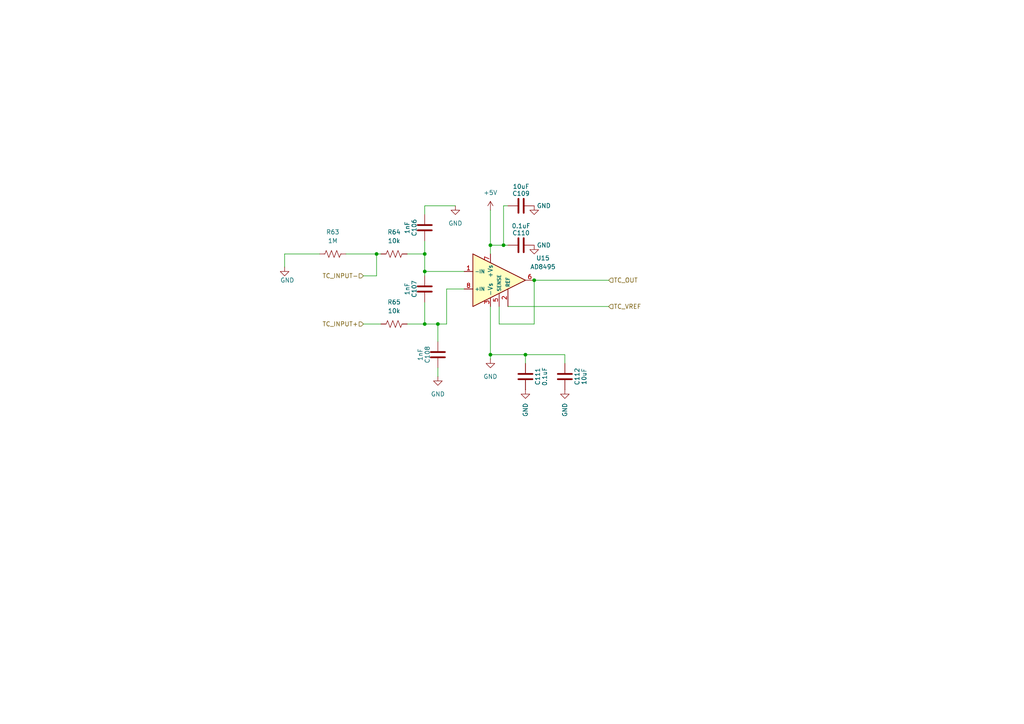
<source format=kicad_sch>
(kicad_sch (version 20250114) (generator "eeschema") (generator_version "9.0")
  (paper "A4")
  (lib_symbols
    (symbol "Device:C" (pin_numbers (hide yes)) (pin_names (offset 0.254))
      (property "Reference" "C" (at 0.635 2.54 0))
      (property "Value" "C" (at 0.635 -2.54 0))
      (symbol "C_0_1"
        (polyline (pts (xy -2.032 0.762) (xy 2.032 0.762)) (stroke (width 0.508)))
        (polyline (pts (xy -2.032 -0.762) (xy 2.032 -0.762)) (stroke (width 0.508)))
      )
      (symbol "C_1_1"
        (pin passive line (at 0 3.81 270) (length 2.794) (name "~") (number "1"))
        (pin passive line (at 0 -3.81 90) (length 2.794) (name "~") (number "2"))
      )
    )
    (symbol "Device:R_US" (pin_numbers (hide yes)) (pin_names (offset 0))
      (property "Reference" "R" (at 2.54 0 90))
      (property "Value" "R_US" (at -2.54 0 90))
      (symbol "R_US_0_1"
        (polyline (pts (xy 0 2.286) (xy 0 2.54)))
        (polyline (pts (xy 0 2.286) (xy 1.016 1.905) (xy 0 1.524) (xy -1.016 1.143) (xy 0 0.762)))
        (polyline (pts (xy 0 0.762) (xy 1.016 0.381) (xy 0 0) (xy -1.016 -0.381) (xy 0 -0.762)))
        (polyline (pts (xy 0 -0.762) (xy 1.016 -1.143) (xy 0 -1.524) (xy -1.016 -1.905) (xy 0 -2.286)))
        (polyline (pts (xy 0 -2.286) (xy 0 -2.54)))
      )
      (symbol "R_US_1_1"
        (pin passive line (at 0 3.81 270) (length 1.27) (name "~") (number "1"))
        (pin passive line (at 0 -3.81 90) (length 1.27) (name "~") (number "2"))
      )
    )
    (symbol "Sensor_Temperature:AD8495"
      (property "Reference" "U" (at 5.08 3.81 0))
      (property "Value" "AD8495" (at 8.89 -3.81 0))
      (symbol "AD8495_0_1"
        (polyline (pts (xy -7.62 7.62) (xy 7.62 0) (xy -7.62 -7.62) (xy -7.62 7.62)) (stroke (width 0.254)) (fill (type background)))
      )
      (symbol "AD8495_1_1"
        (pin input line (at -10.16 2.54 0) (length 2.54) (name "-IN") (number "1"))
        (pin input line (at -10.16 -2.54 0) (length 2.54) (name "+IN") (number "8"))
        (pin no_connect line (at -5.08 0 180) (length 2.54) (hide yes) (name "NC") (number "4"))
        (pin power_in line (at -2.54 7.62 270) (length 2.54) (name "+Vs") (number "7"))
        (pin power_in line (at -2.54 -7.62 90) (length 2.54) (name "-Vs") (number "3"))
        (pin passive line (at 0 -7.62 90) (length 3.81) (name "SENSE") (number "5"))
        (pin input line (at 2.54 -7.62 90) (length 5.08) (name "REF") (number "2"))
        (pin output line (at 10.16 0 180) (length 2.54) (name "~") (number "6"))
      )
    )
    (symbol "power:+5V" (power) (pin_numbers (hide yes)) (pin_names (offset 0) (hide yes))
      (property "Value" "+5V" (at 0 3.556 0))
      (symbol "+5V_0_1"
        (polyline (pts (xy -0.762 1.27) (xy 0 2.54)))
        (polyline (pts (xy 0 2.54) (xy 0.762 1.27)))
        (polyline (pts (xy 0 0) (xy 0 2.54)))
      )
      (symbol "+5V_1_1"
        (pin power_in line (at 0 0 90) (length 0) (name "~") (number "1"))
      )
    )
    (symbol "power:GND" (power) (pin_numbers (hide yes)) (pin_names (offset 0) (hide yes))
      (property "Value" "GND" (at 0 -3.81 0))
      (symbol "GND_0_1"
        (polyline (pts (xy 0 0) (xy 0 -1.27) (xy 1.27 -1.27) (xy 0 -2.54) (xy -1.27 -1.27) (xy 0 -1.27)))
      )
      (symbol "GND_1_1"
        (pin power_in line (at 0 0 270) (length 0) (name "~") (number "1"))
      )
    )
  )
  (junction (at 109.22 73.66))
  (junction (at 146.05 71.12))
  (junction (at 123.19 78.74))
  (junction (at 152.4 102.87))
  (junction (at 142.24 102.87))
  (junction (at 142.24 71.12))
  (junction (at 154.94 81.28))
  (junction (at 127 93.98))
  (junction (at 123.19 93.98))
  (junction (at 123.19 73.66))
  (wire (pts (xy 147.32 88.9) (xy 176.53 88.9)))
  (wire (pts (xy 142.24 71.12) (xy 142.24 73.66)))
  (wire (pts (xy 154.94 81.28) (xy 176.53 81.28)))
  (wire (pts (xy 163.83 102.87) (xy 163.83 105.41)))
  (wire (pts (xy 123.19 87.63) (xy 123.19 93.98)))
  (wire (pts (xy 82.55 73.66) (xy 92.71 73.66)))
  (wire (pts (xy 109.22 80.01) (xy 105.41 80.01)))
  (wire (pts (xy 144.78 88.9) (xy 144.78 93.98)))
  (wire (pts (xy 144.78 93.98) (xy 154.94 93.98)))
  (wire (pts (xy 123.19 69.85) (xy 123.19 73.66)))
  (wire (pts (xy 142.24 102.87) (xy 142.24 104.14)))
  (wire (pts (xy 146.05 59.69) (xy 147.32 59.69)))
  (wire (pts (xy 82.55 77.47) (xy 82.55 73.66)))
  (wire (pts (xy 123.19 73.66) (xy 123.19 78.74)))
  (wire (pts (xy 118.11 73.66) (xy 123.19 73.66)))
  (wire (pts (xy 129.54 93.98) (xy 129.54 83.82)))
  (wire (pts (xy 146.05 71.12) (xy 147.32 71.12)))
  (wire (pts (xy 118.11 93.98) (xy 123.19 93.98)))
  (wire (pts (xy 132.08 59.69) (xy 123.19 59.69)))
  (wire (pts (xy 142.24 88.9) (xy 142.24 102.87)))
  (wire (pts (xy 142.24 71.12) (xy 146.05 71.12)))
  (wire (pts (xy 123.19 78.74) (xy 123.19 80.01)))
  (wire (pts (xy 154.94 81.28) (xy 154.94 93.98)))
  (wire (pts (xy 123.19 93.98) (xy 127 93.98)))
  (wire (pts (xy 123.19 59.69) (xy 123.19 62.23)))
  (wire (pts (xy 142.24 60.96) (xy 142.24 71.12)))
  (wire (pts (xy 127 93.98) (xy 127 99.06)))
  (wire (pts (xy 152.4 102.87) (xy 163.83 102.87)))
  (wire (pts (xy 127 106.68) (xy 127 109.22)))
  (wire (pts (xy 109.22 73.66) (xy 109.22 80.01)))
  (wire (pts (xy 109.22 73.66) (xy 110.49 73.66)))
  (wire (pts (xy 129.54 83.82) (xy 134.62 83.82)))
  (wire (pts (xy 123.19 78.74) (xy 134.62 78.74)))
  (wire (pts (xy 100.33 73.66) (xy 109.22 73.66)))
  (wire (pts (xy 105.41 93.98) (xy 110.49 93.98)))
  (wire (pts (xy 146.05 71.12) (xy 146.05 59.69)))
  (wire (pts (xy 127 93.98) (xy 129.54 93.98)))
  (wire (pts (xy 142.24 102.87) (xy 152.4 102.87)))
  (wire (pts (xy 152.4 102.87) (xy 152.4 105.41)))
  (hierarchical_label "TC_INPUT+" (shape input) (at 105.41 93.98 180))
  (hierarchical_label "TC_OUT" (shape input) (at 176.53 81.28 0))
  (hierarchical_label "TC_INPUT-" (shape input) (at 105.41 80.01 180))
  (hierarchical_label "TC_VREF" (shape input) (at 176.53 88.9 0))
  (symbol (lib_id "power:GND") (at 127 109.22 0) (unit 1)
    (property "Reference" "#PWR071" (effects (hide yes)))
    (property "Value" "GND" (at 127 114.3 0))
    (property "Description" "Power symbol creates a global label with name \"GND\" , ground" (effects (hide yes)))
    (instances (project "main_fc" (path "" (reference "#PWR0134") (unit 1)) (path "" (reference "#PWR089") (unit 1)) (path "" (reference "#PWR0116") (unit 1)) (path "" (reference "#PWR080") (unit 1)) (path "" (reference "#PWR0125") (unit 1)) (path "" (reference "#PWR098") (unit 1)) (path "" (reference "#PWR0107") (unit 1)) (path "" (reference "#PWR071") (unit 1))))
  )
  (symbol (lib_id "Device:C") (at 151.13 59.69 270) (unit 1)
    (property "Reference" "C60" (at 151.13 56.134 90))
    (property "Value" "10uF" (at 151.13 54.102 90))
    (property "Footprint" "Capacitor_SMD:C_0603_1608Metric" (effects (hide yes)))
    (property "Description" "Unpolarized capacitor" (effects (hide yes)))
    (instances (project "main_fc" (path "" (reference "C109") (unit 1)) (path "" (reference "C74") (unit 1)) (path "" (reference "C95") (unit 1)) (path "" (reference "C67") (unit 1)) (path "" (reference "C102") (unit 1)) (path "" (reference "C81") (unit 1)) (path "" (reference "C88") (unit 1)) (path "" (reference "C60") (unit 1))))
  )
  (symbol (lib_id "power:+5V") (at 142.24 60.96 0) (unit 1)
    (property "Reference" "#PWR073" (effects (hide yes)))
    (property "Value" "+5V" (at 142.24 55.88 0))
    (property "Description" "Power symbol creates a global label with name \"+5V\"" (effects (hide yes)))
    (instances (project "main_fc" (path "" (reference "#PWR0136") (unit 1)) (path "" (reference "#PWR091") (unit 1)) (path "" (reference "#PWR0118") (unit 1)) (path "" (reference "#PWR082") (unit 1)) (path "" (reference "#PWR0127") (unit 1)) (path "" (reference "#PWR0100") (unit 1)) (path "" (reference "#PWR0109") (unit 1)) (path "" (reference "#PWR073") (unit 1))))
  )
  (symbol (lib_id "Device:R_US") (at 114.3 73.66 90) (unit 1)
    (property "Reference" "R43" (at 114.3 67.31 90))
    (property "Value" "10k" (at 114.3 69.85 90))
    (property "Footprint" "Resistor_SMD:R_0603_1608Metric" (effects (hide yes)))
    (property "Description" "Resistor, US symbol" (effects (hide yes)))
    (instances (project "main_fc" (path "" (reference "R64") (unit 1)) (path "" (reference "R49") (unit 1)) (path "" (reference "R58") (unit 1)) (path "" (reference "R46") (unit 1)) (path "" (reference "R61") (unit 1)) (path "" (reference "R52") (unit 1)) (path "" (reference "R55") (unit 1)) (path "" (reference "R43") (unit 1))))
  )
  (symbol (lib_id "Device:C") (at 123.19 83.82 180) (unit 1)
    (property "Reference" "C58" (at 120.142 83.82 90))
    (property "Value" "1nF" (at 118.11 83.82 90))
    (property "Footprint" "Capacitor_SMD:C_0603_1608Metric" (effects (hide yes)))
    (property "Description" "Unpolarized capacitor" (effects (hide yes)))
    (instances (project "main_fc" (path "" (reference "C107") (unit 1)) (path "" (reference "C72") (unit 1)) (path "" (reference "C93") (unit 1)) (path "" (reference "C65") (unit 1)) (path "" (reference "C100") (unit 1)) (path "" (reference "C79") (unit 1)) (path "" (reference "C86") (unit 1)) (path "" (reference "C58") (unit 1))))
  )
  (symbol (lib_id "Sensor_Temperature:AD8495") (at 144.78 81.28 0) (unit 1)
    (property "Reference" "U8" (at 157.48 74.8598 0))
    (property "Value" "AD8495" (at 157.48 77.3998 0))
    (property "Footprint" "Package_SO:MSOP-8_3x3mm_P0.65mm" (effects (hide yes)))
    (property "Datasheet" "https://www.analog.com/media/en/technical-documentation/data-sheets/ad8494_8495_8496_8497.pdf" (effects (hide yes)))
    (property "Description" "Precision Thermocouple Amplifiers with Cold Junction Compensation, K-Type Thermocouple, 0 to 50C, MSOP-8" (effects (hide yes)))
    (instances (project "main_fc" (path "" (reference "U15") (unit 1)) (path "" (reference "U10") (unit 1)) (path "" (reference "U13") (unit 1)) (path "" (reference "U9") (unit 1)) (path "" (reference "U14") (unit 1)) (path "" (reference "U11") (unit 1)) (path "" (reference "U12") (unit 1)) (path "" (reference "U8") (unit 1))))
  )
  (symbol (lib_id "power:GND") (at 142.24 104.14 0) (unit 1)
    (property "Reference" "#PWR074" (effects (hide yes)))
    (property "Value" "GND" (at 142.24 109.22 0))
    (property "Description" "Power symbol creates a global label with name \"GND\" , ground" (effects (hide yes)))
    (instances (project "main_fc" (path "" (reference "#PWR0137") (unit 1)) (path "" (reference "#PWR092") (unit 1)) (path "" (reference "#PWR0119") (unit 1)) (path "" (reference "#PWR083") (unit 1)) (path "" (reference "#PWR0128") (unit 1)) (path "" (reference "#PWR0101") (unit 1)) (path "" (reference "#PWR0110") (unit 1)) (path "" (reference "#PWR074") (unit 1))))
  )
  (symbol (lib_id "power:GND") (at 132.08 59.69 0) (unit 1)
    (property "Reference" "#PWR072" (effects (hide yes)))
    (property "Value" "GND" (at 132.08 64.77 0))
    (property "Description" "Power symbol creates a global label with name \"GND\" , ground" (effects (hide yes)))
    (instances (project "main_fc" (path "" (reference "#PWR0135") (unit 1)) (path "" (reference "#PWR090") (unit 1)) (path "" (reference "#PWR0117") (unit 1)) (path "" (reference "#PWR081") (unit 1)) (path "" (reference "#PWR0126") (unit 1)) (path "" (reference "#PWR099") (unit 1)) (path "" (reference "#PWR0108") (unit 1)) (path "" (reference "#PWR072") (unit 1))))
  )
  (symbol (lib_id "power:GND") (at 154.94 59.69 0) (unit 1)
    (property "Reference" "#PWR076" (effects (hide yes)))
    (property "Value" "GND" (at 157.734 59.69 0))
    (property "Description" "Power symbol creates a global label with name \"GND\" , ground" (effects (hide yes)))
    (instances (project "main_fc" (path "" (reference "#PWR0139") (unit 1)) (path "" (reference "#PWR094") (unit 1)) (path "" (reference "#PWR0121") (unit 1)) (path "" (reference "#PWR085") (unit 1)) (path "" (reference "#PWR0130") (unit 1)) (path "" (reference "#PWR0103") (unit 1)) (path "" (reference "#PWR0112") (unit 1)) (path "" (reference "#PWR076") (unit 1))))
  )
  (symbol (lib_id "Device:C") (at 123.19 66.04 180) (unit 1)
    (property "Reference" "C57" (at 120.142 66.04 90))
    (property "Value" "1nF" (at 118.11 66.04 90))
    (property "Footprint" "Capacitor_SMD:C_0603_1608Metric" (effects (hide yes)))
    (property "Description" "Unpolarized capacitor" (effects (hide yes)))
    (instances (project "main_fc" (path "" (reference "C106") (unit 1)) (path "" (reference "C71") (unit 1)) (path "" (reference "C92") (unit 1)) (path "" (reference "C64") (unit 1)) (path "" (reference "C99") (unit 1)) (path "" (reference "C78") (unit 1)) (path "" (reference "C85") (unit 1)) (path "" (reference "C57") (unit 1))))
  )
  (symbol (lib_id "Device:R_US") (at 96.52 73.66 90) (unit 1)
    (property "Reference" "R42" (at 96.52 67.31 90))
    (property "Value" "1M" (at 96.52 69.85 90))
    (property "Footprint" "Resistor_SMD:R_0603_1608Metric" (effects (hide yes)))
    (property "Description" "Resistor, US symbol" (effects (hide yes)))
    (instances (project "main_fc" (path "" (reference "R63") (unit 1)) (path "" (reference "R48") (unit 1)) (path "" (reference "R57") (unit 1)) (path "" (reference "R45") (unit 1)) (path "" (reference "R60") (unit 1)) (path "" (reference "R51") (unit 1)) (path "" (reference "R54") (unit 1)) (path "" (reference "R42") (unit 1))))
  )
  (symbol (lib_id "Device:C") (at 127 102.87 180) (unit 1)
    (property "Reference" "C59" (at 123.952 102.87 90))
    (property "Value" "1nF" (at 121.92 102.87 90))
    (property "Footprint" "Capacitor_SMD:C_0603_1608Metric" (effects (hide yes)))
    (property "Description" "Unpolarized capacitor" (effects (hide yes)))
    (instances (project "main_fc" (path "" (reference "C108") (unit 1)) (path "" (reference "C73") (unit 1)) (path "" (reference "C94") (unit 1)) (path "" (reference "C66") (unit 1)) (path "" (reference "C101") (unit 1)) (path "" (reference "C80") (unit 1)) (path "" (reference "C87") (unit 1)) (path "" (reference "C59") (unit 1))))
  )
  (symbol (lib_id "power:GND") (at 163.83 113.03 0) (unit 1)
    (property "Reference" "#PWR078" (effects (hide yes)))
    (property "Value" "GND" (at 163.8301 116.84 90) (effects (justify right)))
    (property "Description" "Power symbol creates a global label with name \"GND\" , ground" (effects (hide yes)))
    (instances (project "main_fc" (path "" (reference "#PWR0141") (unit 1)) (path "" (reference "#PWR096") (unit 1)) (path "" (reference "#PWR0123") (unit 1)) (path "" (reference "#PWR087") (unit 1)) (path "" (reference "#PWR0132") (unit 1)) (path "" (reference "#PWR0105") (unit 1)) (path "" (reference "#PWR0114") (unit 1)) (path "" (reference "#PWR078") (unit 1))))
  )
  (symbol (lib_id "Device:C") (at 151.13 71.12 270) (unit 1)
    (property "Reference" "C61" (at 151.13 67.564 90))
    (property "Value" "0.1uF" (at 151.13 65.532 90))
    (property "Footprint" "Capacitor_SMD:C_0603_1608Metric" (effects (hide yes)))
    (property "Description" "Unpolarized capacitor" (effects (hide yes)))
    (instances (project "main_fc" (path "" (reference "C110") (unit 1)) (path "" (reference "C75") (unit 1)) (path "" (reference "C96") (unit 1)) (path "" (reference "C68") (unit 1)) (path "" (reference "C103") (unit 1)) (path "" (reference "C82") (unit 1)) (path "" (reference "C89") (unit 1)) (path "" (reference "C61") (unit 1))))
  )
  (symbol (lib_id "power:GND") (at 152.4 113.03 0) (unit 1)
    (property "Reference" "#PWR075" (effects (hide yes)))
    (property "Value" "GND" (at 152.4001 116.84 90) (effects (justify right)))
    (property "Description" "Power symbol creates a global label with name \"GND\" , ground" (effects (hide yes)))
    (instances (project "main_fc" (path "" (reference "#PWR0138") (unit 1)) (path "" (reference "#PWR093") (unit 1)) (path "" (reference "#PWR0120") (unit 1)) (path "" (reference "#PWR084") (unit 1)) (path "" (reference "#PWR0129") (unit 1)) (path "" (reference "#PWR0102") (unit 1)) (path "" (reference "#PWR0111") (unit 1)) (path "" (reference "#PWR075") (unit 1))))
  )
  (symbol (lib_id "power:GND") (at 154.94 71.12 0) (unit 1)
    (property "Reference" "#PWR077" (effects (hide yes)))
    (property "Value" "GND" (at 157.734 71.12 0))
    (property "Description" "Power symbol creates a global label with name \"GND\" , ground" (effects (hide yes)))
    (instances (project "main_fc" (path "" (reference "#PWR0140") (unit 1)) (path "" (reference "#PWR095") (unit 1)) (path "" (reference "#PWR0122") (unit 1)) (path "" (reference "#PWR086") (unit 1)) (path "" (reference "#PWR0131") (unit 1)) (path "" (reference "#PWR0104") (unit 1)) (path "" (reference "#PWR0113") (unit 1)) (path "" (reference "#PWR077") (unit 1))))
  )
  (symbol (lib_id "Device:C") (at 152.4 109.22 180) (unit 1)
    (property "Reference" "C62" (at 155.956 109.22 90))
    (property "Value" "0.1uF" (at 157.988 109.22 90))
    (property "Footprint" "Capacitor_SMD:C_0603_1608Metric" (effects (hide yes)))
    (property "Description" "Unpolarized capacitor" (effects (hide yes)))
    (instances (project "main_fc" (path "" (reference "C111") (unit 1)) (path "" (reference "C76") (unit 1)) (path "" (reference "C97") (unit 1)) (path "" (reference "C69") (unit 1)) (path "" (reference "C104") (unit 1)) (path "" (reference "C83") (unit 1)) (path "" (reference "C90") (unit 1)) (path "" (reference "C62") (unit 1))))
  )
  (symbol (lib_id "Device:C") (at 163.83 109.22 180) (unit 1)
    (property "Reference" "C63" (at 167.386 109.22 90))
    (property "Value" "10uF" (at 169.418 109.22 90))
    (property "Footprint" "Capacitor_SMD:C_0603_1608Metric" (effects (hide yes)))
    (property "Description" "Unpolarized capacitor" (effects (hide yes)))
    (instances (project "main_fc" (path "" (reference "C112") (unit 1)) (path "" (reference "C77") (unit 1)) (path "" (reference "C98") (unit 1)) (path "" (reference "C70") (unit 1)) (path "" (reference "C105") (unit 1)) (path "" (reference "C84") (unit 1)) (path "" (reference "C91") (unit 1)) (path "" (reference "C63") (unit 1))))
  )
  (symbol (lib_id "Device:R_US") (at 114.3 93.98 90) (unit 1)
    (property "Reference" "R44" (at 114.3 87.63 90))
    (property "Value" "10k" (at 114.3 90.17 90))
    (property "Footprint" "Resistor_SMD:R_0603_1608Metric" (effects (hide yes)))
    (property "Description" "Resistor, US symbol" (effects (hide yes)))
    (instances (project "main_fc" (path "" (reference "R65") (unit 1)) (path "" (reference "R50") (unit 1)) (path "" (reference "R59") (unit 1)) (path "" (reference "R47") (unit 1)) (path "" (reference "R62") (unit 1)) (path "" (reference "R53") (unit 1)) (path "" (reference "R56") (unit 1)) (path "" (reference "R44") (unit 1))))
  )
  (symbol (lib_id "power:GND") (at 82.55 77.47 0) (unit 1)
    (property "Reference" "#PWR070" (effects (hide yes)))
    (property "Value" "GND" (at 81.28 81.28 0) (effects (justify left)))
    (property "Description" "Power symbol creates a global label with name \"GND\" , ground" (effects (hide yes)))
    (instances (project "main_fc" (path "" (reference "#PWR0133") (unit 1)) (path "" (reference "#PWR088") (unit 1)) (path "" (reference "#PWR0115") (unit 1)) (path "" (reference "#PWR079") (unit 1)) (path "" (reference "#PWR0124") (unit 1)) (path "" (reference "#PWR097") (unit 1)) (path "" (reference "#PWR0106") (unit 1)) (path "" (reference "#PWR070") (unit 1))))
  )
)
</source>
